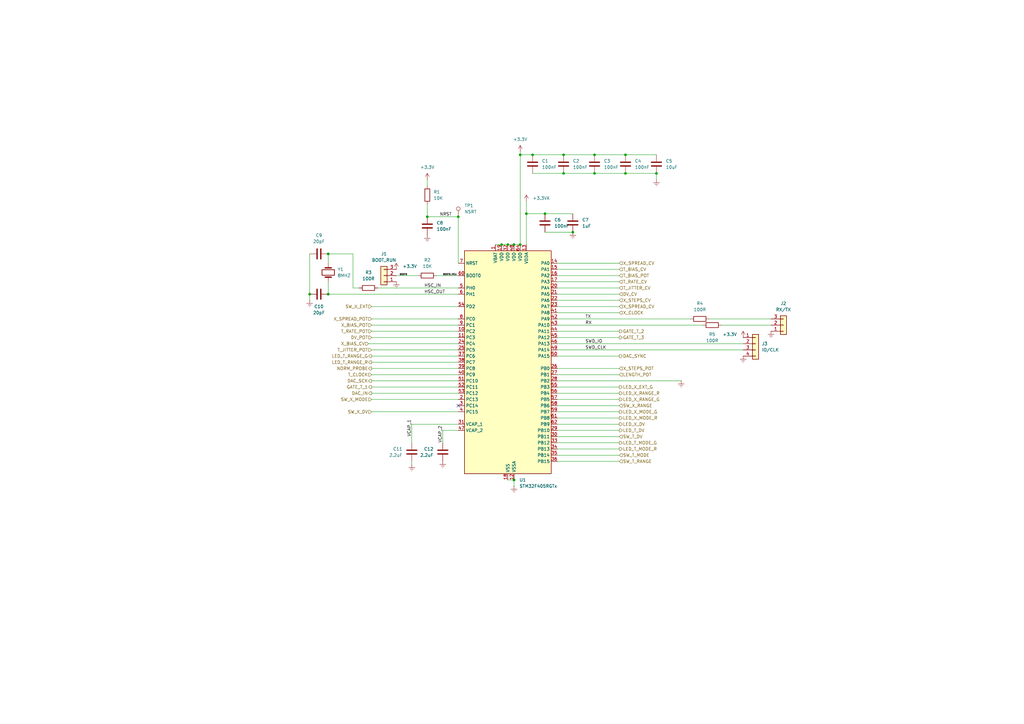
<source format=kicad_sch>
(kicad_sch (version 20250114) (generator "eeschema") (generator_version "9.0")
  (paper "A3")
  (lib_symbols
    (symbol "Connector:TestPoint" (pin_numbers (hide yes)) (pin_names (offset 0.762) (hide yes))
      (property "Reference" "TP" (at 0 6.858 0))
      (property "Value" "TestPoint" (at 0 5.08 0))
      (symbol "TestPoint_0_1"
        (circle (center 0 3.302) (radius 0.762))
      )
      (symbol "TestPoint_1_1"
        (pin passive line (at 0 0 90) (length 2.54) (name "1") (number "1"))
      )
    )
    (symbol "Connector_Generic:Conn_01x03" (pin_names (offset 1.016) (hide yes))
      (property "Reference" "J" (at 0 5.08 0))
      (property "Value" "Conn_01x03" (at 0 -5.08 0))
      (symbol "Conn_01x03_1_1"
        (rectangle (start -1.27 3.81) (end 1.27 -3.81) (stroke (width 0.254)) (fill (type background)))
        (rectangle (start -1.27 2.667) (end 0 2.413) (stroke (width 0.1524)))
        (rectangle (start -1.27 0.127) (end 0 -0.127) (stroke (width 0.1524)))
        (rectangle (start -1.27 -2.413) (end 0 -2.667) (stroke (width 0.1524)))
        (pin passive line (at -5.08 2.54 0) (length 3.81) (name "Pin_1") (number "1"))
        (pin passive line (at -5.08 0 0) (length 3.81) (name "Pin_2") (number "2"))
        (pin passive line (at -5.08 -2.54 0) (length 3.81) (name "Pin_3") (number "3"))
      )
    )
    (symbol "Connector_Generic:Conn_01x04" (pin_names (offset 1.016) (hide yes))
      (property "Reference" "J" (at 0 5.08 0))
      (property "Value" "Conn_01x04" (at 0 -7.62 0))
      (symbol "Conn_01x04_1_1"
        (rectangle (start -1.27 3.81) (end 1.27 -6.35) (stroke (width 0.254)) (fill (type background)))
        (rectangle (start -1.27 2.667) (end 0 2.413) (stroke (width 0.1524)))
        (rectangle (start -1.27 0.127) (end 0 -0.127) (stroke (width 0.1524)))
        (rectangle (start -1.27 -2.413) (end 0 -2.667) (stroke (width 0.1524)))
        (rectangle (start -1.27 -4.953) (end 0 -5.207) (stroke (width 0.1524)))
        (pin passive line (at -5.08 2.54 0) (length 3.81) (name "Pin_1") (number "1"))
        (pin passive line (at -5.08 0 0) (length 3.81) (name "Pin_2") (number "2"))
        (pin passive line (at -5.08 -2.54 0) (length 3.81) (name "Pin_3") (number "3"))
        (pin passive line (at -5.08 -5.08 0) (length 3.81) (name "Pin_4") (number "4"))
      )
    )
    (symbol "Device:C" (pin_numbers (hide yes)) (pin_names (offset 0.254))
      (property "Reference" "C" (at 0.635 2.54 0))
      (property "Value" "C" (at 0.635 -2.54 0))
      (symbol "C_0_1"
        (polyline (pts (xy -2.032 0.762) (xy 2.032 0.762)) (stroke (width 0.508)))
        (polyline (pts (xy -2.032 -0.762) (xy 2.032 -0.762)) (stroke (width 0.508)))
      )
      (symbol "C_1_1"
        (pin passive line (at 0 3.81 270) (length 2.794) (name "~") (number "1"))
        (pin passive line (at 0 -3.81 90) (length 2.794) (name "~") (number "2"))
      )
    )
    (symbol "Device:Crystal" (pin_numbers (hide yes)) (pin_names (offset 1.016) (hide yes))
      (property "Reference" "Y" (at 0 3.81 0))
      (property "Value" "Crystal" (at 0 -3.81 0))
      (symbol "Crystal_0_1"
        (polyline (pts (xy -2.54 0) (xy -1.905 0)))
        (polyline (pts (xy -1.905 -1.27) (xy -1.905 1.27)) (stroke (width 0.508)))
        (rectangle (start -1.143 2.54) (end 1.143 -2.54) (stroke (width 0.3048)))
        (polyline (pts (xy 1.905 -1.27) (xy 1.905 1.27)) (stroke (width 0.508)))
        (polyline (pts (xy 2.54 0) (xy 1.905 0)))
      )
      (symbol "Crystal_1_1"
        (pin passive line (at -3.81 0 0) (length 1.27) (name "1") (number "1"))
        (pin passive line (at 3.81 0 180) (length 1.27) (name "2") (number "2"))
      )
    )
    (symbol "Device:R" (pin_numbers (hide yes)) (pin_names (offset 0))
      (property "Reference" "R" (at 2.032 0 90))
      (property "Value" "R" (at 0 0 90))
      (symbol "R_0_1"
        (rectangle (start -1.016 -2.54) (end 1.016 2.54) (stroke (width 0.254)))
      )
      (symbol "R_1_1"
        (pin passive line (at 0 3.81 270) (length 1.27) (name "~") (number "1"))
        (pin passive line (at 0 -3.81 90) (length 1.27) (name "~") (number "2"))
      )
    )
    (symbol "MCU_ST_STM32F4:STM32F405RGTx"
      (property "Reference" "U" (at -17.78 46.99 0))
      (property "Value" "STM32F405RGTx" (at 10.16 46.99 0))
      (symbol "STM32F405RGTx_0_1"
        (rectangle (start -17.78 -45.72) (end 17.78 45.72) (stroke (width 0.254)) (fill (type background)))
      )
      (symbol "STM32F405RGTx_1_1"
        (pin input line (at -20.32 40.64 0) (length 2.54) (name "NRST") (number "7"))
        (pin input line (at -20.32 35.56 0) (length 2.54) (name "BOOT0") (number "60"))
        (pin bidirectional line (at -20.32 30.48 0) (length 2.54) (name "PH0") (number "5"))
        (pin bidirectional line (at -20.32 27.94 0) (length 2.54) (name "PH1") (number "6"))
        (pin bidirectional line (at -20.32 22.86 0) (length 2.54) (name "PD2") (number "54"))
        (pin bidirectional line (at -20.32 17.78 0) (length 2.54) (name "PC0") (number "8"))
        (pin bidirectional line (at -20.32 15.24 0) (length 2.54) (name "PC1") (number "9"))
        (pin bidirectional line (at -20.32 12.7 0) (length 2.54) (name "PC2") (number "10"))
        (pin bidirectional line (at -20.32 10.16 0) (length 2.54) (name "PC3") (number "11"))
        (pin bidirectional line (at -20.32 7.62 0) (length 2.54) (name "PC4") (number "24"))
        (pin bidirectional line (at -20.32 5.08 0) (length 2.54) (name "PC5") (number "25"))
        (pin bidirectional line (at -20.32 2.54 0) (length 2.54) (name "PC6") (number "37"))
        (pin bidirectional line (at -20.32 0 0) (length 2.54) (name "PC7") (number "38"))
        (pin bidirectional line (at -20.32 -2.54 0) (length 2.54) (name "PC8") (number "39"))
        (pin bidirectional line (at -20.32 -5.08 0) (length 2.54) (name "PC9") (number "40"))
        (pin bidirectional line (at -20.32 -7.62 0) (length 2.54) (name "PC10") (number "51"))
        (pin bidirectional line (at -20.32 -10.16 0) (length 2.54) (name "PC11") (number "52"))
        (pin bidirectional line (at -20.32 -12.7 0) (length 2.54) (name "PC12") (number "53"))
        (pin bidirectional line (at -20.32 -15.24 0) (length 2.54) (name "PC13") (number "2"))
        (pin bidirectional line (at -20.32 -17.78 0) (length 2.54) (name "PC14") (number "3"))
        (pin bidirectional line (at -20.32 -20.32 0) (length 2.54) (name "PC15") (number "4"))
        (pin power_out line (at -20.32 -25.4 0) (length 2.54) (name "VCAP_1") (number "31"))
        (pin power_out line (at -20.32 -27.94 0) (length 2.54) (name "VCAP_2") (number "47"))
        (pin power_in line (at -5.08 48.26 270) (length 2.54) (name "VBAT") (number "1"))
        (pin power_in line (at -2.54 48.26 270) (length 2.54) (name "VDD") (number "19"))
        (pin power_in line (at 0 48.26 270) (length 2.54) (name "VDD") (number "32"))
        (pin power_in line (at 0 -48.26 90) (length 2.54) (name "VSS") (number "18"))
        (pin passive line (at 0 -48.26 90) (length 2.54) (hide yes) (name "VSS") (number "63"))
        (pin power_in line (at 2.54 48.26 270) (length 2.54) (name "VDD") (number "48"))
        (pin power_in line (at 2.54 -48.26 90) (length 2.54) (name "VSSA") (number "12"))
        (pin power_in line (at 5.08 48.26 270) (length 2.54) (name "VDD") (number "64"))
        (pin power_in line (at 7.62 48.26 270) (length 2.54) (name "VDDA") (number "13"))
        (pin bidirectional line (at 20.32 40.64 180) (length 2.54) (name "PA0") (number "14"))
        (pin bidirectional line (at 20.32 38.1 180) (length 2.54) (name "PA1") (number "15"))
        (pin bidirectional line (at 20.32 35.56 180) (length 2.54) (name "PA2") (number "16"))
        (pin bidirectional line (at 20.32 33.02 180) (length 2.54) (name "PA3") (number "17"))
        (pin bidirectional line (at 20.32 30.48 180) (length 2.54) (name "PA4") (number "20"))
        (pin bidirectional line (at 20.32 27.94 180) (length 2.54) (name "PA5") (number "21"))
        (pin bidirectional line (at 20.32 25.4 180) (length 2.54) (name "PA6") (number "22"))
        (pin bidirectional line (at 20.32 22.86 180) (length 2.54) (name "PA7") (number "23"))
        (pin bidirectional line (at 20.32 20.32 180) (length 2.54) (name "PA8") (number "41"))
        (pin bidirectional line (at 20.32 17.78 180) (length 2.54) (name "PA9") (number "42"))
        (pin bidirectional line (at 20.32 15.24 180) (length 2.54) (name "PA10") (number "43"))
        (pin bidirectional line (at 20.32 12.7 180) (length 2.54) (name "PA11") (number "44"))
        (pin bidirectional line (at 20.32 10.16 180) (length 2.54) (name "PA12") (number "45"))
        (pin bidirectional line (at 20.32 7.62 180) (length 2.54) (name "PA13") (number "46"))
        (pin bidirectional line (at 20.32 5.08 180) (length 2.54) (name "PA14") (number "49"))
        (pin bidirectional line (at 20.32 2.54 180) (length 2.54) (name "PA15") (number "50"))
        (pin bidirectional line (at 20.32 -2.54 180) (length 2.54) (name "PB0") (number "26"))
        (pin bidirectional line (at 20.32 -5.08 180) (length 2.54) (name "PB1") (number "27"))
        (pin bidirectional line (at 20.32 -7.62 180) (length 2.54) (name "PB2") (number "28"))
        (pin bidirectional line (at 20.32 -10.16 180) (length 2.54) (name "PB3") (number "55"))
        (pin bidirectional line (at 20.32 -12.7 180) (length 2.54) (name "PB4") (number "56"))
        (pin bidirectional line (at 20.32 -15.24 180) (length 2.54) (name "PB5") (number "57"))
        (pin bidirectional line (at 20.32 -17.78 180) (length 2.54) (name "PB6") (number "58"))
        (pin bidirectional line (at 20.32 -20.32 180) (length 2.54) (name "PB7") (number "59"))
        (pin bidirectional line (at 20.32 -22.86 180) (length 2.54) (name "PB8") (number "61"))
        (pin bidirectional line (at 20.32 -25.4 180) (length 2.54) (name "PB9") (number "62"))
        (pin bidirectional line (at 20.32 -27.94 180) (length 2.54) (name "PB10") (number "29"))
        (pin bidirectional line (at 20.32 -30.48 180) (length 2.54) (name "PB11") (number "30"))
        (pin bidirectional line (at 20.32 -33.02 180) (length 2.54) (name "PB12") (number "33"))
        (pin bidirectional line (at 20.32 -35.56 180) (length 2.54) (name "PB13") (number "34"))
        (pin bidirectional line (at 20.32 -38.1 180) (length 2.54) (name "PB14") (number "35"))
        (pin bidirectional line (at 20.32 -40.64 180) (length 2.54) (name "PB15") (number "36"))
      )
    )
    (symbol "power:+3.3V" (power) (pin_numbers (hide yes)) (pin_names (offset 0) (hide yes))
      (property "Value" "+3.3V" (at 0 3.556 0))
      (symbol "+3.3V_0_1"
        (polyline (pts (xy -0.762 1.27) (xy 0 2.54)))
        (polyline (pts (xy 0 2.54) (xy 0.762 1.27)))
        (polyline (pts (xy 0 0) (xy 0 2.54)))
      )
      (symbol "+3.3V_1_1"
        (pin power_in line (at 0 0 90) (length 0) (name "~") (number "1"))
      )
    )
    (symbol "power:GNDREF" (power) (pin_numbers (hide yes)) (pin_names (offset 0) (hide yes))
      (property "Value" "GNDREF" (at 0 -3.81 0))
      (symbol "GNDREF_0_1"
        (polyline (pts (xy -0.635 -1.905) (xy 0.635 -1.905)))
        (polyline (pts (xy -0.127 -2.54) (xy 0.127 -2.54)))
        (polyline (pts (xy 0 -1.27) (xy 0 0)))
        (polyline (pts (xy 1.27 -1.27) (xy -1.27 -1.27)))
      )
      (symbol "GNDREF_1_1"
        (pin power_in line (at 0 0 270) (length 0) (name "~") (number "1"))
      )
    )
  )
  (junction (at 213.36 63.5))
  (junction (at 243.84 71.12))
  (junction (at 205.74 100.33))
  (junction (at 215.9 87.63))
  (junction (at 218.44 63.5))
  (junction (at 210.82 196.85))
  (junction (at 210.82 100.33))
  (junction (at 231.14 63.5))
  (junction (at 269.24 71.12))
  (junction (at 127 120.65))
  (junction (at 231.14 71.12))
  (junction (at 243.84 63.5))
  (junction (at 175.26 88.9))
  (junction (at 187.96 88.9))
  (junction (at 256.54 63.5))
  (junction (at 256.54 71.12))
  (junction (at 134.62 120.65))
  (junction (at 234.95 95.25))
  (junction (at 208.28 100.33))
  (junction (at 134.62 104.14))
  (junction (at 213.36 100.33))
  (junction (at 223.52 87.63))
  (no_connect (at 187.96 166.37))
  (wire (pts (xy 316.23 133.35) (xy 295.91 133.35)))
  (wire (pts (xy 127 120.65) (xy 127 123.19)))
  (wire (pts (xy 254 153.67) (xy 228.6 153.67)))
  (wire (pts (xy 152.4 156.21) (xy 187.96 156.21)))
  (wire (pts (xy 256.54 71.12) (xy 269.24 71.12)))
  (wire (pts (xy 254 173.99) (xy 228.6 173.99)))
  (wire (pts (xy 254 146.05) (xy 228.6 146.05)))
  (wire (pts (xy 210.82 100.33) (xy 213.36 100.33)))
  (wire (pts (xy 175.26 73.66) (xy 175.26 76.2)))
  (wire (pts (xy 215.9 87.63) (xy 215.9 100.33)))
  (wire (pts (xy 152.4 148.59) (xy 187.96 148.59)))
  (wire (pts (xy 134.62 107.95) (xy 134.62 104.14)))
  (wire (pts (xy 187.96 88.9) (xy 175.26 88.9)))
  (wire (pts (xy 254 128.27) (xy 228.6 128.27)))
  (wire (pts (xy 215.9 87.63) (xy 223.52 87.63)))
  (wire (pts (xy 254 125.73) (xy 228.6 125.73)))
  (wire (pts (xy 254 113.03) (xy 228.6 113.03)))
  (wire (pts (xy 254 181.61) (xy 228.6 181.61)))
  (wire (pts (xy 256.54 63.5) (xy 269.24 63.5)))
  (wire (pts (xy 151.13 140.97) (xy 187.96 140.97)))
  (wire (pts (xy 218.44 71.12) (xy 231.14 71.12)))
  (wire (pts (xy 152.4 168.91) (xy 187.96 168.91)))
  (wire (pts (xy 144.78 118.11) (xy 147.32 118.11)))
  (wire (pts (xy 203.2 100.33) (xy 205.74 100.33)))
  (wire (pts (xy 316.23 130.81) (xy 290.83 130.81)))
  (wire (pts (xy 228.6 143.51) (xy 304.8 143.51)))
  (wire (pts (xy 152.4 133.35) (xy 187.96 133.35)))
  (wire (pts (xy 243.84 71.12) (xy 256.54 71.12)))
  (wire (pts (xy 254 163.83) (xy 228.6 163.83)))
  (wire (pts (xy 215.9 87.63) (xy 215.9 82.55)))
  (wire (pts (xy 213.36 63.5) (xy 218.44 63.5)))
  (wire (pts (xy 162.56 113.03) (xy 171.45 113.03)))
  (wire (pts (xy 243.84 63.5) (xy 256.54 63.5)))
  (wire (pts (xy 254 171.45) (xy 228.6 171.45)))
  (wire (pts (xy 254 107.95) (xy 228.6 107.95)))
  (wire (pts (xy 179.07 113.03) (xy 187.96 113.03)))
  (wire (pts (xy 175.26 83.82) (xy 175.26 88.9)))
  (wire (pts (xy 254 189.23) (xy 228.6 189.23)))
  (wire (pts (xy 279.4 156.21) (xy 228.6 156.21)))
  (wire (pts (xy 288.29 133.35) (xy 228.6 133.35)))
  (wire (pts (xy 254 115.57) (xy 228.6 115.57)))
  (wire (pts (xy 223.52 95.25) (xy 234.95 95.25)))
  (wire (pts (xy 152.4 158.75) (xy 187.96 158.75)))
  (wire (pts (xy 213.36 62.23) (xy 213.36 63.5)))
  (wire (pts (xy 254 123.19) (xy 228.6 123.19)))
  (wire (pts (xy 210.82 199.39) (xy 210.82 196.85)))
  (wire (pts (xy 205.74 100.33) (xy 208.28 100.33)))
  (wire (pts (xy 181.61 176.53) (xy 187.96 176.53)))
  (wire (pts (xy 152.4 130.81) (xy 187.96 130.81)))
  (wire (pts (xy 152.4 135.89) (xy 187.96 135.89)))
  (wire (pts (xy 228.6 140.97) (xy 304.8 140.97)))
  (wire (pts (xy 269.24 73.66) (xy 269.24 71.12)))
  (wire (pts (xy 168.91 190.5) (xy 168.91 189.23)))
  (wire (pts (xy 152.4 151.13) (xy 187.96 151.13)))
  (wire (pts (xy 168.91 173.99) (xy 187.96 173.99)))
  (wire (pts (xy 254 118.11) (xy 228.6 118.11)))
  (wire (pts (xy 254 166.37) (xy 228.6 166.37)))
  (wire (pts (xy 152.4 161.29) (xy 187.96 161.29)))
  (wire (pts (xy 134.62 120.65) (xy 187.96 120.65)))
  (wire (pts (xy 254 184.15) (xy 228.6 184.15)))
  (wire (pts (xy 152.4 153.67) (xy 187.96 153.67)))
  (wire (pts (xy 152.4 143.51) (xy 187.96 143.51)))
  (wire (pts (xy 152.4 138.43) (xy 187.96 138.43)))
  (wire (pts (xy 134.62 104.14) (xy 144.78 104.14)))
  (wire (pts (xy 283.21 130.81) (xy 228.6 130.81)))
  (wire (pts (xy 187.96 107.95) (xy 187.96 88.9)))
  (wire (pts (xy 218.44 63.5) (xy 231.14 63.5)))
  (wire (pts (xy 254 186.69) (xy 228.6 186.69)))
  (wire (pts (xy 231.14 71.12) (xy 243.84 71.12)))
  (wire (pts (xy 134.62 115.57) (xy 134.62 120.65)))
  (wire (pts (xy 144.78 104.14) (xy 144.78 118.11)))
  (wire (pts (xy 254 161.29) (xy 228.6 161.29)))
  (wire (pts (xy 254 138.43) (xy 228.6 138.43)))
  (wire (pts (xy 254 176.53) (xy 228.6 176.53)))
  (wire (pts (xy 231.14 63.5) (xy 243.84 63.5)))
  (wire (pts (xy 254 168.91) (xy 228.6 168.91)))
  (wire (pts (xy 254 120.65) (xy 228.6 120.65)))
  (wire (pts (xy 254 110.49) (xy 228.6 110.49)))
  (wire (pts (xy 168.91 173.99) (xy 168.91 181.61)))
  (wire (pts (xy 254 158.75) (xy 228.6 158.75)))
  (wire (pts (xy 208.28 196.85) (xy 210.82 196.85)))
  (wire (pts (xy 254 179.07) (xy 228.6 179.07)))
  (wire (pts (xy 152.4 146.05) (xy 187.96 146.05)))
  (wire (pts (xy 223.52 87.63) (xy 234.95 87.63)))
  (wire (pts (xy 254 151.13) (xy 228.6 151.13)))
  (wire (pts (xy 127 104.14) (xy 127 120.65)))
  (wire (pts (xy 208.28 100.33) (xy 210.82 100.33)))
  (wire (pts (xy 254 135.89) (xy 228.6 135.89)))
  (wire (pts (xy 213.36 63.5) (xy 213.36 100.33)))
  (wire (pts (xy 181.61 176.53) (xy 181.61 181.61)))
  (wire (pts (xy 154.94 118.11) (xy 187.96 118.11)))
  (wire (pts (xy 152.4 163.83) (xy 187.96 163.83)))
  (wire (pts (xy 152.4 125.73) (xy 187.96 125.73)))
  (label "SWD_IO" (at 240.03 140.97 0))
  (label "HSC_OUT" (at 173.99 120.65 0))
  (label "BOOT0" (at 163.83 113.03 0) (effects (font (size 0.635 0.635))))
  (label "HSC_IN" (at 173.99 118.11 0))
  (label "BOOT0_MCU" (at 181.61 113.03 0) (effects (font (size 0.635 0.635))))
  (label "NRST" (at 180.34 88.9 0))
  (label "SWD_CLK" (at 240.03 143.51 0))
  (label "VCAP_1" (at 168.91 179.07 90))
  (label "RX" (at 240.03 133.35 0))
  (label "TX" (at 240.03 130.81 0))
  (label "VCAP_2" (at 181.61 181.61 90))
  (hierarchical_label "X_STEPS_POT" (shape input) (at 254 151.13 0))
  (hierarchical_label "T_RATE_POT" (shape input) (at 152.4 135.89 180))
  (hierarchical_label "X_SPREAD_CV" (shape input) (at 254 125.73 0))
  (hierarchical_label "X_SPREAD_POT" (shape input) (at 152.4 130.81 180))
  (hierarchical_label "SW_X_MODE" (shape input) (at 152.4 163.83 180))
  (hierarchical_label "X_CLOCK" (shape input) (at 254 128.27 0))
  (hierarchical_label "SW_X_EXT" (shape input) (at 152.4 125.73 180))
  (hierarchical_label "LED_T_RANGE_R" (shape output) (at 152.4 148.59 180))
  (hierarchical_label "T_BIAS_POT" (shape input) (at 254 113.03 0))
  (hierarchical_label "T_RATE_CV" (shape input) (at 254 115.57 0))
  (hierarchical_label "GATE_T_2" (shape output) (at 254 135.89 0))
  (hierarchical_label "T_JITTER_CV" (shape input) (at 254 118.11 0))
  (hierarchical_label "SW_X_DV" (shape input) (at 152.4 168.91 180))
  (hierarchical_label "T_BIAS_CV" (shape input) (at 254 110.49 0))
  (hierarchical_label "SW_T_DV" (shape input) (at 254 179.07 0))
  (hierarchical_label "LENGTH_POT" (shape input) (at 254 153.67 0))
  (hierarchical_label "GATE_T_3" (shape output) (at 254 138.43 0))
  (hierarchical_label "LED_X_RANGE_R" (shape output) (at 254 161.29 0))
  (hierarchical_label "T_CLOCK" (shape input) (at 152.4 153.67 180))
  (hierarchical_label "X_BIAS_CV" (shape input) (at 151.13 140.97 180))
  (hierarchical_label "LED_X_EXT_G" (shape output) (at 254 158.75 0))
  (hierarchical_label "DAC_SCK" (shape output) (at 152.4 156.21 180))
  (hierarchical_label "X_STEPS_CV" (shape input) (at 254 123.19 0))
  (hierarchical_label "DV_CV" (shape input) (at 254 120.65 0))
  (hierarchical_label "T_JITTER_POT" (shape input) (at 152.4 143.51 180))
  (hierarchical_label "LED_T_MODE_R" (shape output) (at 254 184.15 0))
  (hierarchical_label "X_BIAS_POT" (shape input) (at 152.4 133.35 180))
  (hierarchical_label "SW_T_MODE" (shape input) (at 254 186.69 0))
  (hierarchical_label "LED_T_MODE_G" (shape output) (at 254 181.61 0))
  (hierarchical_label "LED_X_MODE_G" (shape output) (at 254 168.91 0))
  (hierarchical_label "GATE_T_1" (shape output) (at 152.4 158.75 180))
  (hierarchical_label "X_SPREAD_CV" (shape input) (at 254 107.95 0))
  (hierarchical_label "NORM_PROBE" (shape output) (at 152.4 151.13 180))
  (hierarchical_label "SW_T_RANGE" (shape input) (at 254 189.23 0))
  (hierarchical_label "DAC_IN" (shape output) (at 152.4 161.29 180))
  (hierarchical_label "LED_T_RANGE_G" (shape output) (at 152.4 146.05 180))
  (hierarchical_label "LED_X_RANGE_G" (shape output) (at 254 163.83 0))
  (hierarchical_label "LED_T_DV" (shape output) (at 254 176.53 0))
  (hierarchical_label "LED_X_DV" (shape output) (at 254 173.99 0))
  (hierarchical_label "LED_X_MODE_R" (shape output) (at 254 171.45 0))
  (hierarchical_label "DV_POT" (shape input) (at 152.4 138.43 180))
  (hierarchical_label "DAC_SYNC" (shape output) (at 254 146.05 0))
  (hierarchical_label "SW_X_RANGE" (shape input) (at 254 166.37 0))
  (symbol (lib_id "power:GNDREF") (at 269.24 73.66 0) (unit 1)
    (property "Reference" "#PWR025" (effects (hide yes)))
    (property "Value" "GNDREF" (effects (hide yes)))
    (property "Description" "Power symbol creates a global label with name \"GNDREF\" , reference supply ground" (effects (hide yes)))
  )
  (symbol (lib_id "power:GNDREF") (at 168.91 190.5 0) (unit 1)
    (property "Reference" "#PWR037" (effects (hide yes)))
    (property "Value" "GNDREF" (effects (hide yes)))
    (property "Description" "Power symbol creates a global label with name \"GNDREF\" , reference supply ground" (effects (hide yes)))
  )
  (symbol (lib_id "Device:C") (at 181.61 185.42 0) (unit 1)
    (property "Reference" "C12" (at 177.8 184.1499 0) (effects (justify right)))
    (property "Value" "2.2uF" (at 177.8 186.6899 0) (effects (justify right)))
    (property "Footprint" "Capacitor_SMD:C_0805_2012Metric_Pad1.18x1.45mm_HandSolder" (effects (hide yes)))
    (property "Description" "Unpolarized capacitor" (effects (hide yes)))
  )
  (symbol (lib_id "power:GNDREF") (at 175.26 96.52 0) (unit 1)
    (property "Reference" "#PWR028" (effects (hide yes)))
    (property "Value" "GNDREF" (effects (hide yes)))
    (property "Description" "Power symbol creates a global label with name \"GNDREF\" , reference supply ground" (effects (hide yes)))
  )
  (symbol (lib_id "Connector_Generic:Conn_01x04") (at 309.88 140.97 0) (unit 1)
    (property "Reference" "J3" (at 312.42 140.9699 0) (effects (justify left)))
    (property "Value" "IO/CLK" (at 312.42 143.5099 0) (effects (justify left)))
    (property "Footprint" "Connector_PinHeader_2.54mm:PinHeader_1x04_P2.54mm_Vertical" (effects (hide yes)))
    (property "Description" "Generic connector, single row, 01x04, script generated (kicad-library-utils/schlib/autogen/connector/)" (effects (hide yes)))
  )
  (symbol (lib_id "power:+3.3V") (at 215.9 82.55 0) (unit 1)
    (property "Reference" "#PWR026" (effects (hide yes)))
    (property "Value" "+3.3VA" (at 218.44 81.2799 0) (effects (justify left)))
    (property "Description" "Power symbol creates a global label with name \"+3.3V\"" (effects (hide yes)))
  )
  (symbol (lib_id "power:GNDREF") (at 162.56 115.57 0) (unit 1)
    (property "Reference" "#PWR030" (effects (hide yes)))
    (property "Value" "GNDREF" (effects (hide yes)))
    (property "Description" "Power symbol creates a global label with name \"GNDREF\" , reference supply ground" (effects (hide yes)))
  )
  (symbol (lib_id "Device:R") (at 151.13 118.11 90) (unit 1)
    (property "Reference" "R3" (at 151.13 111.76 90))
    (property "Value" "100R" (at 151.13 114.3 90))
    (property "Footprint" "Resistor_SMD:R_0805_2012Metric_Pad1.20x1.40mm_HandSolder" (effects (hide yes)))
    (property "Description" "Resistor" (effects (hide yes)))
  )
  (symbol (lib_id "Connector_Generic:Conn_01x03") (at 157.48 113.03 180) (unit 1)
    (property "Reference" "J1" (at 157.48 104.14 0))
    (property "Value" "BOOT_RUN" (at 157.48 106.68 0))
    (property "Footprint" "Connector_PinHeader_2.54mm:PinHeader_1x03_P2.54mm_Vertical" (effects (hide yes)))
    (property "Description" "Generic connector, single row, 01x03, script generated (kicad-library-utils/schlib/autogen/connector/)" (effects (hide yes)))
  )
  (symbol (lib_id "Device:C") (at 234.95 91.44 180) (unit 1)
    (property "Reference" "C7" (at 238.76 90.1699 0) (effects (justify right)))
    (property "Value" "1uF" (at 238.76 92.7099 0) (effects (justify right)))
    (property "Footprint" "Capacitor_SMD:C_0805_2012Metric_Pad1.18x1.45mm_HandSolder" (effects (hide yes)))
    (property "Description" "Unpolarized capacitor" (effects (hide yes)))
  )
  (symbol (lib_id "Connector:TestPoint") (at 187.96 88.9 0) (unit 1)
    (property "Reference" "TP1" (at 190.5 84.3279 0) (effects (justify left)))
    (property "Value" "NSRT" (at 190.5 86.8679 0) (effects (justify left)))
    (property "Footprint" "Connector_Pin:Pin_D1.0mm_L10.0mm" (effects (hide yes)))
    (property "Description" "test point" (effects (hide yes)))
  )
  (symbol (lib_id "Device:Crystal") (at 134.62 111.76 270) (unit 1)
    (property "Reference" "Y1" (at 138.43 110.4899 90) (effects (justify left)))
    (property "Value" "8MHZ" (at 138.43 113.0299 90) (effects (justify left)))
    (property "Footprint" "Crystal:Crystal_SMD_HC49-SD_HandSoldering" (effects (hide yes)))
    (property "Description" "Two pin crystal" (effects (hide yes)))
  )
  (symbol (lib_id "power:GNDREF") (at 210.82 199.39 0) (unit 1)
    (property "Reference" "#PWR038" (effects (hide yes)))
    (property "Value" "GNDREF" (effects (hide yes)))
    (property "Description" "Power symbol creates a global label with name \"GNDREF\" , reference supply ground" (effects (hide yes)))
  )
  (symbol (lib_id "power:GNDREF") (at 181.61 189.23 0) (unit 1)
    (property "Reference" "#PWR036" (effects (hide yes)))
    (property "Value" "GNDREF" (effects (hide yes)))
    (property "Description" "Power symbol creates a global label with name \"GNDREF\" , reference supply ground" (effects (hide yes)))
  )
  (symbol (lib_id "power:GNDREF") (at 304.8 146.05 0) (unit 1)
    (property "Reference" "#PWR034" (effects (hide yes)))
    (property "Value" "GNDREF" (effects (hide yes)))
    (property "Description" "Power symbol creates a global label with name \"GNDREF\" , reference supply ground" (effects (hide yes)))
  )
  (symbol (lib_id "Device:C") (at 243.84 67.31 180) (unit 1)
    (property "Reference" "C3" (at 247.65 66.0399 0) (effects (justify right)))
    (property "Value" "100nF" (at 247.65 68.5799 0) (effects (justify right)))
    (property "Footprint" "Capacitor_SMD:C_0805_2012Metric_Pad1.18x1.45mm_HandSolder" (effects (hide yes)))
    (property "Description" "Unpolarized capacitor" (effects (hide yes)))
  )
  (symbol (lib_id "power:GNDREF") (at 279.4 156.21 0) (unit 1)
    (property "Reference" "#PWR035" (effects (hide yes)))
    (property "Value" "GNDREF" (effects (hide yes)))
    (property "Description" "Power symbol creates a global label with name \"GNDREF\" , reference supply ground" (effects (hide yes)))
  )
  (symbol (lib_id "power:+3.3V") (at 162.56 110.49 0) (unit 1)
    (property "Reference" "#PWR029" (effects (hide yes)))
    (property "Value" "+3.3V" (at 165.1 109.2199 0) (effects (justify left)))
    (property "Description" "Power symbol creates a global label with name \"+3.3V\"" (effects (hide yes)))
  )
  (symbol (lib_id "power:GNDREF") (at 234.95 95.25 0) (unit 1)
    (property "Reference" "#PWR027" (effects (hide yes)))
    (property "Value" "GNDREF" (effects (hide yes)))
    (property "Description" "Power symbol creates a global label with name \"GNDREF\" , reference supply ground" (effects (hide yes)))
  )
  (symbol (lib_id "Device:C") (at 218.44 67.31 180) (unit 1)
    (property "Reference" "C1" (at 222.25 66.0399 0) (effects (justify right)))
    (property "Value" "100nF" (at 222.25 68.5799 0) (effects (justify right)))
    (property "Footprint" "Capacitor_SMD:C_0805_2012Metric_Pad1.18x1.45mm_HandSolder" (effects (hide yes)))
    (property "Description" "Unpolarized capacitor" (effects (hide yes)))
  )
  (symbol (lib_id "power:+3.3V") (at 213.36 62.23 0) (unit 1)
    (property "Reference" "#PWR023" (effects (hide yes)))
    (property "Value" "+3.3V" (at 213.36 57.15 0))
    (property "Description" "Power symbol creates a global label with name \"+3.3V\"" (effects (hide yes)))
  )
  (symbol (lib_id "MCU_ST_STM32F4:STM32F405RGTx") (at 208.28 148.59 0) (unit 1)
    (property "Reference" "U1" (at 213.0141 196.85 0) (effects (justify left)))
    (property "Value" "STM32F405RGTx" (at 213.0141 199.39 0) (effects (justify left)))
    (property "Footprint" "Package_QFP:LQFP-64_10x10mm_P0.5mm" (effects (hide yes)))
    (property "Datasheet" "https://www.st.com/resource/en/datasheet/stm32f405rg.pdf" (effects (hide yes)))
    (property "Description" "STMicroelectronics Arm Cortex-M4 MCU, 1024KB flash, 192KB RAM, 168 MHz, 1.8-3.6V, 51 GPIO, LQFP64" (effects (hide yes)))
  )
  (symbol (lib_id "Device:R") (at 287.02 130.81 270) (unit 1)
    (property "Reference" "R4" (at 287.02 124.46 90))
    (property "Value" "100R" (at 287.02 127 90))
    (property "Footprint" "Resistor_SMD:R_0805_2012Metric_Pad1.20x1.40mm_HandSolder" (effects (hide yes)))
    (property "Description" "Resistor" (effects (hide yes)))
  )
  (symbol (lib_id "Device:C") (at 168.91 185.42 0) (unit 1)
    (property "Reference" "C11" (at 165.1 184.1499 0) (effects (justify right)))
    (property "Value" "2.2uF" (at 165.1 186.6899 0) (effects (justify right)))
    (property "Footprint" "Capacitor_SMD:C_0805_2012Metric_Pad1.18x1.45mm_HandSolder" (effects (hide yes)))
    (property "Description" "Unpolarized capacitor" (effects (hide yes)))
  )
  (symbol (lib_id "power:GNDREF") (at 127 123.19 0) (unit 1)
    (property "Reference" "#PWR031" (effects (hide yes)))
    (property "Value" "GNDREF" (effects (hide yes)))
    (property "Description" "Power symbol creates a global label with name \"GNDREF\" , reference supply ground" (effects (hide yes)))
  )
  (symbol (lib_id "Device:R") (at 292.1 133.35 270) (unit 1)
    (property "Reference" "R5" (at 292.1 137.16 90))
    (property "Value" "100R" (at 292.1 139.7 90))
    (property "Footprint" "Resistor_SMD:R_0805_2012Metric_Pad1.20x1.40mm_HandSolder" (effects (hide yes)))
    (property "Description" "Resistor" (effects (hide yes)))
  )
  (symbol (lib_id "power:+3.3V") (at 304.8 138.43 0) (unit 1)
    (property "Reference" "#PWR033" (effects (hide yes)))
    (property "Value" "+3.3V" (at 302.26 137.1599 0) (effects (justify right)))
    (property "Description" "Power symbol creates a global label with name \"+3.3V\"" (effects (hide yes)))
  )
  (symbol (lib_id "Device:C") (at 269.24 67.31 180) (unit 1)
    (property "Reference" "C5" (at 273.05 66.0399 0) (effects (justify right)))
    (property "Value" "10uF" (at 273.05 68.5799 0) (effects (justify right)))
    (property "Footprint" "Capacitor_SMD:C_0805_2012Metric_Pad1.18x1.45mm_HandSolder" (effects (hide yes)))
    (property "Description" "Unpolarized capacitor" (effects (hide yes)))
  )
  (symbol (lib_id "Device:R") (at 175.26 113.03 90) (unit 1)
    (property "Reference" "R2" (at 175.26 106.68 90))
    (property "Value" "10K" (at 175.26 109.22 90))
    (property "Footprint" "Resistor_SMD:R_0805_2012Metric_Pad1.20x1.40mm_HandSolder" (effects (hide yes)))
    (property "Description" "Resistor" (effects (hide yes)))
  )
  (symbol (lib_id "Device:C") (at 231.14 67.31 180) (unit 1)
    (property "Reference" "C2" (at 234.95 66.0399 0) (effects (justify right)))
    (property "Value" "100nF" (at 234.95 68.5799 0) (effects (justify right)))
    (property "Footprint" "Capacitor_SMD:C_0805_2012Metric_Pad1.18x1.45mm_HandSolder" (effects (hide yes)))
    (property "Description" "Unpolarized capacitor" (effects (hide yes)))
  )
  (symbol (lib_id "Device:C") (at 130.81 104.14 270) (unit 1)
    (property "Reference" "C9" (at 130.81 96.52 90))
    (property "Value" "20pF" (at 130.81 99.06 90))
    (property "Footprint" "Capacitor_SMD:C_0805_2012Metric_Pad1.18x1.45mm_HandSolder" (effects (hide yes)))
    (property "Description" "Unpolarized capacitor" (effects (hide yes)))
  )
  (symbol (lib_id "Device:C") (at 223.52 91.44 180) (unit 1)
    (property "Reference" "C6" (at 227.33 90.1699 0) (effects (justify right)))
    (property "Value" "100nF" (at 227.33 92.7099 0) (effects (justify right)))
    (property "Footprint" "Capacitor_SMD:C_0805_2012Metric_Pad1.18x1.45mm_HandSolder" (effects (hide yes)))
    (property "Description" "Unpolarized capacitor" (effects (hide yes)))
  )
  (symbol (lib_id "power:GNDREF") (at 316.23 135.89 0) (unit 1)
    (property "Reference" "#PWR032" (effects (hide yes)))
    (property "Value" "GNDREF" (effects (hide yes)))
    (property "Description" "Power symbol creates a global label with name \"GNDREF\" , reference supply ground" (effects (hide yes)))
  )
  (symbol (lib_id "Device:R") (at 175.26 80.01 180) (unit 1)
    (property "Reference" "R1" (at 177.8 78.7399 0) (effects (justify right)))
    (property "Value" "10K" (at 177.8 81.2799 0) (effects (justify right)))
    (property "Footprint" "Resistor_SMD:R_0805_2012Metric_Pad1.20x1.40mm_HandSolder" (effects (hide yes)))
    (property "Description" "Resistor" (effects (hide yes)))
  )
  (symbol (lib_id "Device:C") (at 256.54 67.31 180) (unit 1)
    (property "Reference" "C4" (at 260.35 66.0399 0) (effects (justify right)))
    (property "Value" "100nF" (at 260.35 68.5799 0) (effects (justify right)))
    (property "Footprint" "Capacitor_SMD:C_0805_2012Metric_Pad1.18x1.45mm_HandSolder" (effects (hide yes)))
    (property "Description" "Unpolarized capacitor" (effects (hide yes)))
  )
  (symbol (lib_id "power:+3.3V") (at 175.26 73.66 0) (unit 1)
    (property "Reference" "#PWR024" (effects (hide yes)))
    (property "Value" "+3.3V" (at 175.26 68.58 0))
    (property "Description" "Power symbol creates a global label with name \"+3.3V\"" (effects (hide yes)))
  )
  (symbol (lib_id "Connector_Generic:Conn_01x03") (at 321.31 133.35 0) (mirror x) (unit 1)
    (property "Reference" "J2" (at 321.31 124.46 0))
    (property "Value" "RX/TX" (at 321.31 127 0))
    (property "Footprint" "Connector_PinHeader_2.54mm:PinHeader_1x03_P2.54mm_Vertical" (effects (hide yes)))
    (property "Description" "Generic connector, single row, 01x03, script generated (kicad-library-utils/schlib/autogen/connector/)" (effects (hide yes)))
  )
  (symbol (lib_id "Device:C") (at 130.81 120.65 270) (unit 1)
    (property "Reference" "C10" (at 130.81 125.73 90))
    (property "Value" "20pF" (at 130.81 128.27 90))
    (property "Footprint" "Capacitor_SMD:C_0805_2012Metric_Pad1.18x1.45mm_HandSolder" (effects (hide yes)))
    (property "Description" "Unpolarized capacitor" (effects (hide yes)))
  )
  (symbol (lib_id "Device:C") (at 175.26 92.71 0) (unit 1)
    (property "Reference" "C8" (at 179.07 91.4399 0) (effects (justify left)))
    (property "Value" "100nF" (at 179.07 93.9799 0) (effects (justify left)))
    (property "Footprint" "Capacitor_SMD:C_0805_2012Metric_Pad1.18x1.45mm_HandSolder" (effects (hide yes)))
    (property "Description" "Unpolarized capacitor" (effects (hide yes)))
  )
)
</source>
